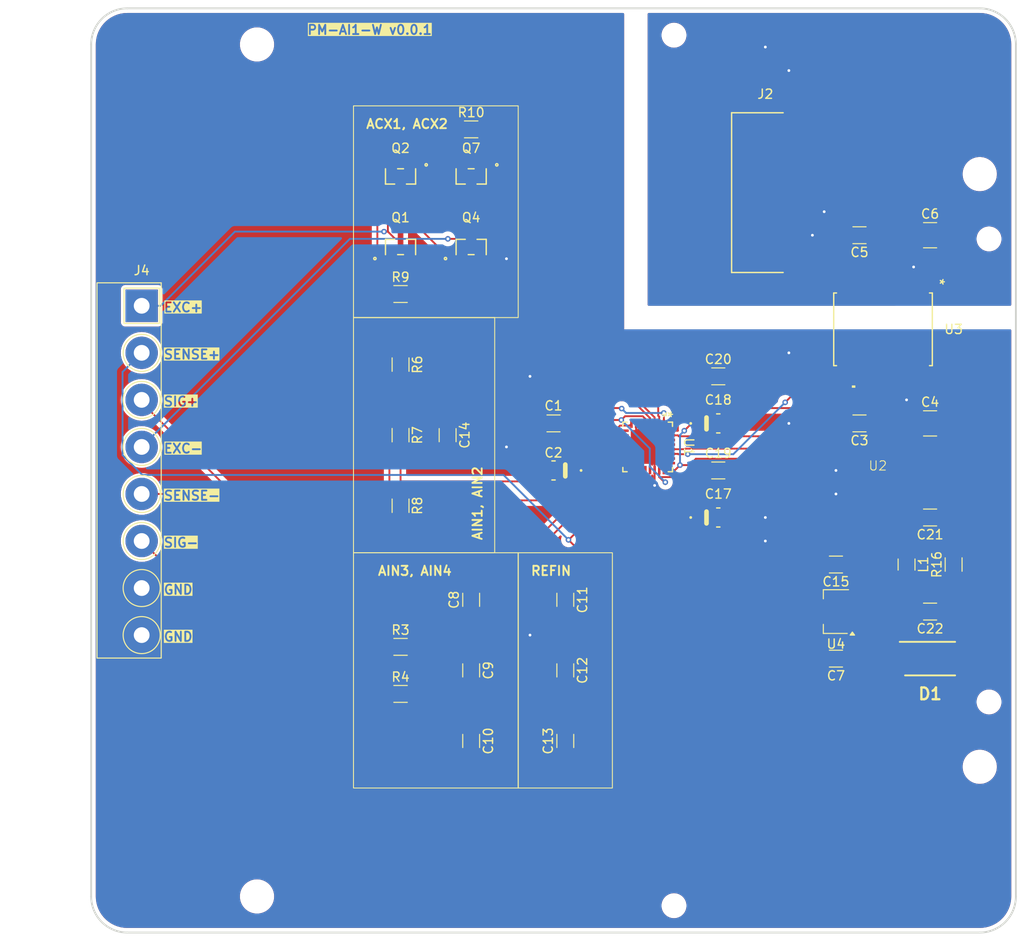
<source format=kicad_pcb>
(kicad_pcb (version 20240108) (generator "pcbnew") (generator_version "8.0")
  (layers (0 "F.Cu" signal) (31 "B.Cu" signal) (34 "B.Paste" user) (35 "F.Paste" user) (36 "B.SilkS" user "B.Silkscreen") (37 "F.SilkS" user "F.Silkscreen") (38 "B.Mask" user) (39 "F.Mask" user) (44 "Edge.Cuts" user))
  (net 0 "")
  (net 1 "/SIG-")
  (net 2 "/SIG+")
  (net 3 "/EXC-")
  (net 4 "/EXC+")
  (net 5 "+5V_ISO")
  (net 6 "/MOSI")
  (net 8 "/AD_AIN1")
  (net 9 "GND")
  (net 10 "/AD_AINCOM")
  (net 14 "/AD_AIN3")
  (net 15 "/AD_AIN4")
  (net 16 "/MISO")
  (net 17 "Net-(L1-Pad2)")
  (net 18 "/CS_ISO")
  (net 19 "/CS")
  (net 20 "/SCK_ISO")
  (net 21 "AGND")
  (net 22 "AVDD")
  (net 23 "/AD_REFIN(+)")
  (net 24 "/AD_ACX2")
  (net 25 "/~{AD_ACX1}")
  (net 26 "/AD_ACX1")
  (net 27 "/~{AD_ACX2}")
  (net 28 "/AD_REFIN(-)")
  (net 29 "+5V")
  (net 30 "/MOSI_ISO")
  (net 31 "/MISO_ISO")
  (net 37 "/SCK")
  (net 38 "DVDD")
  (footprint "kicad_inventree_lib:SOT23_NEX-M" (layer "F.Cu") (at 58.42 76.2)
    (property "Reference" "Q1")
    (property "Value" "BSH112")
  )
  (footprint "MountingHole:MountingHole_3.2mm_M3" (layer "F.Cu") (at 42.93 54.33)
    (property "Reference" "H1" (hide yes))
    (property "Value" "MountingHole" (hide yes))
  )
  (footprint "Resistor_SMD:R_1206_3216Metric_Pad1.30x1.75mm_HandSolder" (layer "F.Cu") (at 58.42 88.9 -90)
    (property "Reference" "R6")
    (property "Value" "1k")
  )
  (footprint "kicad_inventree_lib:TAJA_AVX-M" (layer "F.Cu") (at 92.71 95.25)
    (property "Reference" "C18")
    (property "Value" "10 uF")
  )
  (footprint "Capacitor_SMD:C_1206_3216Metric_Pad1.33x1.80mm_HandSolder" (layer "F.Cu") (at 92.71 90.17)
    (property "Reference" "C20")
    (property "Value" "0.1uF")
  )
  (footprint "Capacitor_SMD:C_1210_3225Metric_Pad1.33x2.70mm_HandSolder" (layer "F.Cu") (at 115.57 74.93)
    (property "Reference" "C6")
    (property "Value" "10uF")
  )
  (footprint "kicad_inventree_lib:SOT23_NEX-M" (layer "F.Cu") (at 66.04 76.2)
    (property "Reference" "Q4")
    (property "Value" "BSH112")
  )
  (footprint "Resistor_SMD:R_1206_3216Metric_Pad1.30x1.75mm_HandSolder" (layer "F.Cu") (at 58.42 96.52 -90)
    (property "Reference" "R7")
    (property "Value" "1k")
  )
  (footprint "kicad_inventree_lib:SOT23_NEX-M" (layer "F.Cu") (at 58.42 68.58 180)
    (property "Reference" "Q2")
    (property "Value" "BSH201")
  )
  (footprint "kicad_inventree_lib:Degson_2EDGR-5.08-08P" (layer "F.Cu") (at 30.48 82.55 -90)
    (property "Reference" "J4")
    (property "Value" "2EDGR-5.08-08P")
  )
  (footprint "Package_TO_SOT_SMD:SOT-89-3" (layer "F.Cu") (at 105.41 115.57 180)
    (property "Reference" "U4")
    (property "Value" "CJA1117B-3.3")
  )
  (footprint "Resistor_SMD:R_1206_3216Metric_Pad1.30x1.75mm_HandSolder" (layer "F.Cu") (at 58.42 124.46)
    (property "Reference" "R4")
    (property "Value" "100")
  )
  (footprint "Capacitor_SMD:C_1206_3216Metric_Pad1.33x1.80mm_HandSolder" (layer "F.Cu") (at 76.2 129.54 90)
    (property "Reference" "C13")
    (property "Value" "0.1uF")
  )
  (footprint "Resistor_SMD:R_1206_3216Metric_Pad1.30x1.75mm_HandSolder" (layer "F.Cu") (at 118.11 110.49 90)
    (property "Reference" "R16")
    (property "Value" "1.5R")
  )
  (footprint "Capacitor_SMD:C_1206_3216Metric_Pad1.33x1.80mm_HandSolder" (layer "F.Cu") (at 105.41 110.49 180)
    (property "Reference" "C15")
    (property "Value" "22uF")
  )
  (footprint "Capacitor_SMD:C_1206_3216Metric_Pad1.33x1.80mm_HandSolder" (layer "F.Cu") (at 66.04 114.3 90)
    (property "Reference" "C8")
    (property "Value" "1nF")
  )
  (footprint "kicad_inventree_lib:SOIC16-WBW_CLG-M" (layer "F.Cu") (at 110.49 85.09 -90)
    (property "Reference" "U3")
    (property "Value" "CA-IS3641HW")
  )
  (footprint "Capacitor_SMD:C_1206_3216Metric_Pad1.33x1.80mm_HandSolder" (layer "F.Cu") (at 115.57 105.41 180)
    (property "Reference" "C21")
    (property "Value" "0.1uF")
  )
  (footprint "Capacitor_SMD:C_1206_3216Metric_Pad1.33x1.80mm_HandSolder" (layer "F.Cu") (at 66.04 129.54 -90)
    (property "Reference" "C10")
    (property "Value" "1nF")
  )
  (footprint "Capacitor_SMD:C_1206_3216Metric_Pad1.33x1.80mm_HandSolder" (layer "F.Cu") (at 92.71 100.33)
    (property "Reference" "C19")
    (property "Value" "0.1uF")
  )
  (footprint "MountingHole:MountingHole_3.2mm_M3" (layer "F.Cu") (at 120.93 132.33)
    (property "Reference" "H3" (hide yes))
    (property "Value" "MountingHole" (hide yes))
  )
  (footprint "Capacitor_SMD:C_1206_3216Metric_Pad1.33x1.80mm_HandSolder" (layer "F.Cu") (at 107.95 95.25 180)
    (property "Reference" "C3")
    (property "Value" "100nF")
  )
  (footprint "MountingHole:MountingHole_3.2mm_M3" (layer "F.Cu") (at 120.93 68.33)
    (property "Reference" "H2" (hide yes))
    (property "Value" "MountingHole" (hide yes))
  )
  (footprint "Capacitor_SMD:C_1206_3216Metric_Pad1.33x1.80mm_HandSolder" (layer "F.Cu") (at 74.93 95.25)
    (property "Reference" "C1")
    (property "Value" "0.1uF")
  )
  (footprint "Capacitor_SMD:C_1206_3216Metric_Pad1.33x1.80mm_HandSolder" (layer "F.Cu") (at 66.04 121.92 -90)
    (property "Reference" "C9")
    (property "Value" "10nF")
  )
  (footprint "Inductor_SMD:L_1206_3216Metric_Pad1.42x1.75mm_HandSolder" (layer "F.Cu") (at 113.03 110.49 -90)
    (property "Reference" "L1")
    (property "Value" "1kΩ@100MHz")
  )
  (footprint "Capacitor_SMD:C_1206_3216Metric_Pad1.33x1.80mm_HandSolder" (layer "F.Cu") (at 76.2 114.3 -90)
    (property "Reference" "C11")
    (property "Value" "0.1uF")
  )
  (footprint "Resistor_SMD:R_1206_3216Metric_Pad1.30x1.75mm_HandSolder" (layer "F.Cu") (at 58.42 81.28)
    (property "Reference" "R9")
    (property "Value" "1M")
  )
  (footprint "kicad_inventree_lib:SOT23_NEX-M" (layer "F.Cu") (at 66.04 68.58 180)
    (property "Reference" "Q7")
    (property "Value" "BSH201")
  )
  (footprint "Resistor_SMD:R_1206_3216Metric_Pad1.30x1.75mm_HandSolder" (layer "F.Cu") (at 66.04 63.5)
    (property "Reference" "R10")
    (property "Value" "1M")
  )
  (footprint "kicad_inventree_lib:DIOM5436X247N" (layer "F.Cu") (at 115.57 120.65)
    (property "Reference" "D1")
    (property "Value" "SZP6SMB6.8AT3G" (hide yes))
  )
  (footprint "kicad_inventree_lib:CONN10_AFA07-S10_JUS" (layer "F.Cu") (at 96.93 70.33 -90)
    (property "Reference" "J2")
    (property "Value" "AFA07-S10FCC-00")
  )
  (footprint "Capacitor_SMD:C_1206_3216Metric_Pad1.33x1.80mm_HandSolder" (layer "F.Cu") (at 105.41 120.65 180)
    (property "Reference" "C7")
    (property "Value" "10uF")
  )
  (footprint "MountingHole:MountingHole_3.2mm_M3" (layer "F.Cu") (at 42.93 146.33)
    (property "Reference" "H4" (hide yes))
    (property "Value" "MountingHole" (hide yes))
  )
  (footprint "Capacitor_SMD:C_1206_3216Metric_Pad1.33x1.80mm_HandSolder" (layer "F.Cu") (at 115.57 115.57 180)
    (property "Reference" "C22")
    (property "Value" "0.1uF")
  )
  (footprint "kicad_inventree_lib:PM-ESP32C3_v0.0.2" (layer "F.Cu") (at 109.93 100.33)
    (property "Reference" "U2")
    (property "Value" "~")
  )
  (footprint "Resistor_SMD:R_1206_3216Metric_Pad1.30x1.75mm_HandSolder" (layer "F.Cu") (at 58.42 119.38)
    (property "Reference" "R3")
    (property "Value" "100")
  )
  (footprint "Capacitor_SMD:C_1210_3225Metric_Pad1.33x2.70mm_HandSolder" (layer "F.Cu") (at 115.57 95.25)
    (property "Reference" "C4")
    (property "Value" "10uF")
  )
  (footprint "Resistor_SMD:R_1206_3216Metric_Pad1.30x1.75mm_HandSolder" (layer "F.Cu") (at 58.42 104.14 -90)
    (property "Reference" "R8")
    (property "Value" "100")
  )
  (footprint "kicad_inventree_lib:AD7195BCPZ" (layer "F.Cu") (at 85.09 97.79 -90)
    (property "Reference" "U1")
    (property "Value" "AD7195BCPZ")
  )
  (footprint "Capacitor_SMD:C_1206_3216Metric_Pad1.33x1.80mm_HandSolder" (layer "F.Cu") (at 107.95 74.93 180)
    (property "Reference" "C5")
    (property "Value" "100nF")
  )
  (footprint "kicad_inventree_lib:TAJA_AVX-M" (layer "F.Cu") (at 92.71 105.41)
    (property "Reference" "C17")
    (property "Value" "10 uF")
  )
  (footprint "Capacitor_SMD:C_1206_3216Metric_Pad1.33x1.80mm_HandSolder" (layer "F.Cu") (at 63.5 96.52 -90)
    (property "Reference" "C14")
    (property "Value" "1uF")
  )
  (footprint "kicad_inventree_lib:TAJA_AVX-M" (layer "F.Cu") (at 74.93 100.33 180)
    (property "Reference" "C2")
    (property "Value" "10 uF")
  )
  (footprint "Capacitor_SMD:C_1206_3216Metric_Pad1.33x1.80mm_HandSolder" (layer "F.Cu") (at 76.2 121.92 -90)
    (property "Reference" "C12")
    (property "Value" "1uF")
  )
  (gr_rect (start 53.34 83.82) (end 68.58 109.22) (stroke (width 0.1)) (fill none) (layer "F.SilkS"))
  (gr_rect (start 53.34 109.22) (end 71.12 134.62) (stroke (width 0.1)) (fill none) (layer "F.SilkS"))
  (gr_rect (start 53.34 60.96) (end 71.12 83.82) (stroke (width 0.1)) (fill none) (layer "F.SilkS"))
  (gr_rect (start 71.12 109.22) (end 81.28 134.62) (stroke (width 0.1)) (fill none) (layer "F.SilkS"))
  (gr_line (start 120.93 50.43) (end 28.93 50.43) (stroke (width 0.2)) (layer "Edge.Cuts"))
  (gr_arc (start 25.03 54.33) (mid 26.172284 51.572284) (end 28.93 50.43) (stroke (width 0.2)) (layer "Edge.Cuts"))
  (gr_arc (start 28.93 150.23) (mid 26.172284 149.087716) (end 25.03 146.33) (stroke (width 0.2)) (layer "Edge.Cuts"))
  (gr_line (start 124.83 146.33) (end 124.83 54.33) (stroke (width 0.2)) (layer "Edge.Cuts"))
  (gr_line (start 28.93 150.23) (end 120.93 150.23) (stroke (width 0.2)) (layer "Edge.Cuts"))
  (gr_arc (start 120.93 50.43) (mid 123.687716 51.572284) (end 124.83 54.33) (stroke (width 0.2)) (layer "Edge.Cuts"))
  (gr_line (start 25.03 54.33) (end 25.03 146.33) (stroke (width 0.2)) (layer "Edge.Cuts"))
  (gr_arc (start 124.83 146.33) (mid 123.687716 149.087716) (end 120.93 150.23) (stroke (width 0.2)) (layer "Edge.Cuts"))
  (gr_text "EXC-" (at 32.766 98.552 0) (layer "F.SilkS" knockout) (effects (font (size 1 1) (thickness 0.2) (bold yes)) (justify left bottom)))
  (gr_text "SIG+" (at 32.766 93.472 0) (layer "F.SilkS" knockout) (effects (font (size 1 1) (thickness 0.2) (bold yes)) (justify left bottom)))
  (gr_text "AIN1, AIN2" (at 67.31 107.95 90) (layer "F.SilkS") (effects (font (size 1 1) (thickness 0.2) (bold yes)) (justify left bottom)))
  (gr_text "GND" (at 32.766 118.872 0) (layer "F.SilkS" knockout) (effects (font (size 1 1) (thickness 0.2) (bold yes)) (justify left bottom)))
  (gr_text "SENSE-" (at 32.766 103.632 0) (layer "F.SilkS" knockout) (effects (font (size 1 1) (thickness 0.2) (bold yes)) (justify left bottom)))
  (gr_text "REFIN" (at 72.39 111.76 0) (layer "F.SilkS") (effects (font (size 1 1) (thickness 0.2) (bold yes)) (justify left bottom)))
  (gr_text "GND" (at 32.766 113.792 0) (layer "F.SilkS" knockout) (effects (font (size 1 1) (thickness 0.2) (bold yes)) (justify left bottom)))
  (gr_text "EXC+" (at 32.766 83.312 0) (layer "F.SilkS" knockout) (effects (font (size 1 1) (thickness 0.2) (bold yes)) (justify left bottom)))
  (gr_text "AIN3, AIN4" (at 55.88 111.76 0) (layer "F.SilkS") (effects (font (size 1 1) (thickness 0.2) (bold yes)) (justify left bottom)))
  (gr_text "PM-AI1-W v0.0.1" (at 48.26 53.34 0) (layer "F.SilkS" knockout) (effects (font (size 1 1) (thickness 0.2) (bold yes)) (justify left bottom)))
  (gr_text "SENSE+" (at 32.766 88.392 0) (layer "F.SilkS" knockout) (effects (font (size 1 1) (thickness 0.2) (bold yes)) (justify left bottom)))
  (gr_text "SIG-" (at 32.766 108.712 0) (layer "F.SilkS" knockout) (effects (font (size 1 1) (thickness 0.2) (bold yes)) (justify left bottom)))
  (gr_text "ACX1, ACX2" (at 54.61 63.5 0) (layer "F.SilkS") (effects (font (size 1 1) (thickness 0.2) (bold yes)) (justify left bottom)))
  (segment (start 46.99 124.46) (end 30.48 107.95) (width 0.2) (layer "F.Cu") (net 1))
  (segment (start 56.87 124.46) (end 46.99 124.46) (width 0.2) (layer "F.Cu") (net 1))
  (segment (start 30.48 92.99) (end 30.48 92.71) (width 0.2) (layer "F.Cu") (net 2))
  (segment (start 56.87 119.38) (end 30.48 92.99) (width 0.2) (layer "F.Cu") (net 2))
  (segment (start 65.4139 75.3215) (end 65.4335 75.3019) (width 0.2) (layer "F.Cu") (net 3))
  (segment (start 66.04 69.4781) (end 66.04 75.3019) (width 0.2) (layer "F.Cu") (net 3))
  (segment (start 63.5278 75.3215) (end 65.4139 75.3215) (width 0.2) (layer "F.Cu") (net 3))
  (segment (start 66.04 75.3019) (end 65.4335 75.3019) (width 0.2) (layer "F.Cu") (net 3))
  (via (at 63.5278 75.3215) (size 0.6) (drill 0.3) (layers "F.Cu" "B.Cu") (net 3))
  (segment (start 52.9485 75.3215) (end 63.5278 75.3215) (width 0.2) (layer "B.Cu") (net 3))
  (segment (start 30.48 97.79) (end 52.9485 75.3215) (width 0.2) (layer "B.Cu") (net 3))
  (segment (start 57.0517 74.5401) (end 57.8135 75.3019) (width 0.2) (layer "F.Cu") (net 4))
  (segment (start 58.42 69.4781) (end 57.8135 69.4781) (width 0.2) (layer "F.Cu") (net 4))
  (segment (start 57.0517 74.5401) (end 57.0517 70.2399) (width 0.2) (layer "F.Cu") (net 4))
  (segment (start 58.42 75.3019) (end 57.8135 75.3019) (width 0.2) (layer "F.Cu") (net 4))
  (segment (start 56.6368 74.5401) (end 57.0517 74.5401) (width 0.2) (layer "F.Cu") (net 4))
  (segment (start 57.0517 70.2399) (end 57.8135 69.4781) (width 0.2) (layer "F.Cu") (net 4))
  (via (at 56.6368 74.5401) (size 0.6) (drill 0.3) (layers "F.Cu" "B.Cu") (net 4))
  (segment (start 32.5317 82.55) (end 40.5416 74.5401) (width 0.2) (layer "B.Cu") (net 4))
  (segment (start 30.48 82.55) (end 32.5317 82.55) (width 0.2) (layer "B.Cu") (net 4))
  (segment (start 40.5416 74.5401) (end 56.6368 74.5401) (width 0.2) (layer "B.Cu") (net 4))
  (segment (start 113.03 106.3875) (end 114.0075 105.41) (width 0.2) (layer "F.Cu") (net 5))
  (segment (start 107.315 89.9668) (end 107.315 88.738) (width 0.2) (layer "F.Cu") (net 5))
  (segment (start 114.0075 95.25) (end 114.935 94.3225) (width 0.2) (layer "F.Cu") (net 5))
  (segment (start 114.935 94.3225) (end 114.935 89.9668) (width 0.2) (layer "F.Cu") (net 5))
  (segment (start 114.935 89.9668) (end 114.935 88.738) (width 0.2) (layer "F.Cu") (net 5))
  (segment (start 109.5125 95.25) (end 114.0075 95.25) (width 0.2) (layer "F.Cu") (net 5))
  (segment (start 114.935 88.738) (end 107.315 88.738) (width 0.2) (layer "F.Cu") (net 5))
  (segment (start 114.0075 105.41) (end 114.0075 95.25) (width 0.2) (layer "F.Cu") (net 5))
  (segment (start 113.03 109.0025) (end 113.03 106.3875) (width 0.2) (layer "F.Cu") (net 5))
  (segment (start 112.395 80.2132) (end 112.395 81.442) (width 0.2) (layer "F.Cu") (net 6))
  (segment (start 115.34 81.442) (end 112.395 81.442) (width 0.2) (layer "F.Cu") (net 6))
  (segment (start 115.478 81.304) (end 115.34 81.442) (width 0.2) (layer "F.Cu") (net 6))
  (segment (start 115.478 74.0564) (end 115.478 81.304) (width 0.2) (layer "F.Cu") (net 6))
  (segment (start 100.486 67.83) (end 109.2516 67.83) (width 0.2) (layer "F.Cu") (net 6))
  (segment (start 109.2516 67.83) (end 115.478 74.0564) (width 0.2) (layer "F.Cu") (net 6))
  (segment (start 82.5868 96.54) (end 81.8319 96.54) (width 0.2) (layer "F.Cu") (net 8))
  (segment (start 63.5 94.9575) (end 58.4325 94.9575) (width 0.2) (layer "F.Cu") (net 8))
  (segment (start 58.4325 90.4625) (end 58.42 90.45) (width 0.2) (layer "F.Cu") (net 8))
  (segment (start 58.4325 94.9575) (end 58.42 94.97) (width 0.2) (layer "F.Cu") (net 8))
  (segment (start 57.2187 96.1713) (end 57.2187 103.2056) (width 0.2) (layer "F.Cu") (net 8))
  (segment (start 57.2187 103.2056) (end 57.5753 103.5622) (width 0.2) (layer "F.Cu") (net 8))
  (segment (start 75.3977 103.5622) (end 81.8319 97.128) (width 0.2) (layer "F.Cu") (net 8))
  (segment (start 58.42 94.97) (end 57.2187 96.1713) (width 0.2) (layer "F.Cu") (net 8))
  (segment (start 57.5753 103.5622) (end 75.3977 103.5622) (width 0.2) (layer "F.Cu") (net 8))
  (segment (start 81.8319 97.128) (end 81.8319 96.54) (width 0.2) (layer "F.Cu") (net 8))
  (segment (start 58.4325 94.9575) (end 58.4325 90.4625) (width 0.2) (layer "F.Cu") (net 8))
  (segment (start 82.5868 96.54) (end 82.5868 96.04) (width 0.2) (layer "F.Cu") (net 8))
  (segment (start 102.769991 74.829991) (end 102.87 74.93) (width 0.2) (layer "F.Cu") (net 9))
  (segment (start 100.486 74.829991) (end 102.769991 74.829991) (width 0.2) (layer "F.Cu") (net 9))
  (via (at 97.79 54.61) (size 0.6) (drill 0.3) (layers "F.Cu" "B.Cu") (net 9))
  (via (at 104.14 72.39) (size 0.6) (drill 0.3) (layers "F.Cu" "B.Cu") (net 9))
  (via (at 100.33 57.15) (size 0.6) (drill 0.3) (layers "F.Cu" "B.Cu") (net 9))
  (via (at 102.87 74.93) (size 0.6) (drill 0.3) (layers "F.Cu" "B.Cu") (net 9))
  (via (at 113.792 78.359) (size 0.6) (drill 0.3) (layers "F.Cu" "B.Cu") (net 9))
  (segment (start 58.42 101.5126) (end 76.8542 101.5126) (width 0.2) (layer "F.Cu") (net 10))
  (segment (start 83.1422 95.4846) (end 83.34 95.2868) (width 0.2) (layer "F.Cu") (net 10))
  (segment (start 76.8542 101.5126) (end 80.4605 97.9063) (width 0.2) (layer "F.Cu") (net 10))
  (segment (start 82.1106 95.4846) (end 83.1422 95.4846) (width 0.2) (layer "F.Cu") (net 10))
  (segment (start 58.42 101.5126) (end 58.42 98.07) (width 0.2) (layer "F.Cu") (net 10))
  (segment (start 80.4605 97.9063) (end 80.4605 97.1347) (width 0.2) (layer "F.Cu") (net 10))
  (segment (start 58.42 102.59) (end 58.42 101.5126) (width 0.2) (layer "F.Cu") (net 10))
  (segment (start 80.4605 97.1347) (end 82.1106 95.4846) (width 0.2) (layer "F.Cu") (net 10))
  (segment (start 66.04 114.8319) (end 66.04 115.8625) (width 0.2) (layer "F.Cu") (net 14))
  (segment (start 66.04 119.38) (end 66.04 120.3575) (width 0.2) (layer "F.Cu") (net 14))
  (segment (start 66.04 119.38) (end 59.97 119.38) (width 0.2) (layer "F.Cu") (net 14))
  (segment (start 81.8319 99.04) (end 66.04 114.8319) (width 0.2) (layer "F.Cu") (net 14))
  (segment (start 82.5868 99.04) (end 81.8319 99.04) (width 0.2) (layer "F.Cu") (net 14))
  (segment (start 66.04 115.8625) (end 66.04 119.38) (width 0.2) (layer "F.Cu") (net 14))
  (segment (start 66.04 123.4825) (end 60.9475 123.4825) (width 0.2) (layer "F.Cu") (net 15))
  (segment (start 68.2013 121.3212) (end 66.04 123.4825) (width 0.2) (layer "F.Cu") (net 15))
  (segment (start 68.2013 113.9255) (end 68.2013 121.3212) (width 0.2) (layer "F.Cu") (net 15))
  (segment (start 82.5868 99.54) (end 68.2013 113.9255) (width 0.2) (layer "F.Cu") (net 15))
  (segment (start 60.9475 123.4825) (end 59.97 124.46) (width 0.2) (layer "F.Cu") (net 15))
  (segment (start 66.04 127.9775) (end 66.04 123.4825) (width 0.2) (layer "F.Cu") (net 15))
  (segment (start 108.585 79.7148) (end 108.585 80.2132) (width 0.2) (layer "F.Cu") (net 16))
  (segment (start 102.87 76.2) (end 105.6561 78.9861) (width 0.2) (layer "F.Cu") (net 16))
  (segment (start 107.8563 78.9861) (end 108.585 79.7148) (width 0.2) (layer "F.Cu") (net 16))
  (segment (start 100.486 68.83) (end 99.2826 68.83) (width 0.2) (layer "F.Cu") (net 16))
  (segment (start 99.572402 75.584602) (end 100.114599 75.584602) (width 0.2) (layer "F.Cu") (net 16))
  (segment (start 99.2826 68.83) (end 99.2826 75.2948) (width 0.2) (layer "F.Cu") (net 16))
  (segment (start 105.6561 78.9861) (end 107.8563 78.9861) (width 0.2) (layer "F.Cu") (net 16))
  (segment (start 99.2826 75.2948) (end 99.572402 75.584602) (width 0.2) (layer "F.Cu") (net 16))
  (segment (start 100.114599 75.584602) (end 100.729997 76.2) (width 0.2) (layer "F.Cu") (net 16))
  (segment (start 100.729997 76.2) (end 102.87 76.2) (width 0.2) (layer "F.Cu") (net 16))
  (segment (start 115.0725 111.9775) (end 118.11 108.94) (width 0.2) (layer "F.Cu") (net 17))
  (segment (start 113.03 111.9775) (end 115.0725 111.9775) (width 0.2) (layer "F.Cu") (net 17))
  (segment (start 109.3908 91.6598) (end 109.855 91.1956) (width 0.2) (layer "F.Cu") (net 18))
  (segment (start 87.5932 96.04) (end 88.3481 96.04) (width 0.2) (layer "F.Cu") (net 18))
  (segment (start 102.9308 93.5959) (end 104.8669 91.6598) (width 0.2) (layer "F.Cu") (net 18))
  (segment (start 109.855 89.9668) (end 109.855 91.1956) (width 0.2) (layer "F.Cu") (net 18))
  (segment (start 104.8669 91.6598) (end 109.3908 91.6598) (width 0.2) (layer "F.Cu") (net 18))
  (segment (start 95.8543 93.5959) (end 102.9308 93.5959) (width 0.2) (layer "F.Cu") (net 18))
  (segment (start 92.71 89.8812) (end 92.71 90.4516) (width 0.2) (layer "F.Cu") (net 18))
  (segment (start 91.7944 88.9656) (end 92.71 89.8812) (width 0.2) (layer "F.Cu") (net 18))
  (segment (start 88.3481 96.04) (end 88.3481 91.1049) (width 0.2) (layer "F.Cu") (net 18))
  (segment (start 92.71 90.4516) (end 95.8543 93.5959) (width 0.2) (layer "F.Cu") (net 18))
  (segment (start 88.3481 91.1049) (end 90.4874 88.9656) (width 0.2) (layer "F.Cu") (net 18))
  (segment (start 90.4874 88.9656) (end 91.7944 88.9656) (width 0.2) (layer "F.Cu") (net 18))
  (segment (start 109.855 80.2132) (end 109.855 78.9844) (width 0.2) (layer "F.Cu") (net 19))
  (segment (start 101.6894 70.83) (end 101.6894 72.0941) (width 0.2) (layer "F.Cu") (net 19))
  (segment (start 101.6894 72.0941) (end 108.5797 78.9844) (width 0.2) (layer "F.Cu") (net 19))
  (segment (start 108.5797 78.9844) (end 109.855 78.9844) (width 0.2) (layer "F.Cu") (net 19))
  (segment (start 100.486 70.83) (end 101.6894 70.83) (width 0.2) (layer "F.Cu") (net 19))
  (segment (start 110.0792 92.2414) (end 111.125 91.1956) (width 0.2) (layer "F.Cu") (net 20))
  (segment (start 87.5932 96.54) (end 88.3481 96.54) (width 0.2) (layer "F.Cu") (net 20))
  (segment (start 88.4498 96.6417) (end 102.2366 96.6417) (width 0.2) (layer "F.Cu") (net 20))
  (segment (start 88.3481 96.54) (end 88.4498 96.6417) (width 0.2) (layer "F.Cu") (net 20))
  (segment (start 106.6369 92.2414) (end 110.0792 92.2414) (width 0.2) (layer "F.Cu") (net 20))
  (segment (start 111.125 89.9668) (end 111.125 91.1956) (width 0.2) (layer "F.Cu") (net 20))
  (segment (start 102.2366 96.6417) (end 106.6369 92.2414) (width 0.2) (layer "F.Cu") (net 20))
  (segment (start 82.5868 97.039999) (end 84.339999 97.039999) (width 0.2) (layer "F.Cu") (net 21))
  (segment (start 83.84 96.54) (end 85.09 97.79) (width 0.2) (layer "F.Cu") (net 21))
  (segment (start 87.5932 99.04) (end 86.34 99.04) (width 0.2) (layer "F.Cu") (net 21))
  (segment (start 86.34 99.04) (end 85.09 97.79) (width 0.2) (layer "F.Cu") (net 21))
  (segment (start 85.34 98.04) (end 85.09 97.79) (width 0.2) (layer "F.Cu") (net 21))
  (segment (start 85.840001 100.2932) (end 85.840001 98.540001) (width 0.2) (layer "F.Cu") (net 21))
  (segment (start 84.339999 100.2932) (end 84.339999 98.540001) (width 0.2) (layer "F.Cu") (net 21))
  (segment (start 85.840001 101.948765) (end 85.840001 100.2932) (width 0.2) (layer "F.Cu") (net 21))
  (segment (start 84.84 98.04) (end 85.09 97.79) (width 0.2) (layer "F.Cu") (net 21))
  (segment (start 84.84 97.54) (end 85.09 97.79) (width 0.2) (layer "F.Cu") (net 21))
  (segment (start 82.5868 97.54) (end 84.84 97.54) (width 0.2) (layer "F.Cu") (net 21))
  (segment (start 85.34 100.2932) (end 85.34 98.04) (width 0.2) (layer "F.Cu") (net 21))
  (segment (start 82.5868 98.540001) (end 84.339999 98.540001) (width 0.2) (layer "F.Cu") (net 21))
  (segment (start 84.339999 95.2868) (end 84.339999 97.039999) (width 0.2) (layer "F.Cu") (net 21))
  (segment (start 85.840001 98.540001) (end 85.09 97.79) (width 0.2) (layer "F.Cu") (net 21))
  (segment (start 82.5868 98.04) (end 84.84 98.04) (width 0.2) (layer "F.Cu") (net 21))
  (segment (start 83.84 95.2868) (end 83.84 96.54) (width 0.2) (layer "F.Cu") (net 21))
  (segment (start 84.339999 97.039999) (end 85.09 97.79) (width 0.2) (layer "F.Cu") (net 21))
  (segment (start 84.339999 98.540001) (end 85.09 97.79) (width 0.2) (layer "F.Cu") (net 21))
  (via (at 100.33 95.25) (size 0.6) (drill 0.3) (layers "F.Cu" "B.Cu") (net 21))
  (via (at 105.41 100.33) (size 0.6) (drill 0.3) (layers "F.Cu" "B.Cu") (net 21))
  (via (at 105.41 102.87) (size 0.6) (drill 0.3) (layers "F.Cu" "B.Cu") (net 21))
  (via (at 69.85 97.79) (size 0.6) (drill 0.3) (layers "F.Cu" "B.Cu") (net 21))
  (via (at 97.79 107.95) (size 0.6) (drill 0.3) (layers "F.Cu" "B.Cu") (net 21))
  (via (at 85.840001 101.948765) (size 0.6) (drill 0.3) (layers "F.Cu" "B.Cu") (net 21))
  (via (at 72.39 118.11) (size 0.6) (drill 0.3) (layers "F.Cu" "B.Cu") (net 21))
  (via (at 72.39 90.17) (size 0.6) (drill 0.3) (layers "F.Cu" "B.Cu") (net 21))
  (via (at 69.85 77.47) (size 0.6) (drill 0.3) (layers "F.Cu" "B.Cu") (net 21))
  (via (at 100.33 87.63) (size 0.6) (drill 0.3) (layers "F.Cu" "B.Cu") (net 21))
  (via (at 97.79 105.41) (size 0.6) (drill 0.3) (layers "F.Cu" "B.Cu") (net 21))
  (via (at 113.03 92.71) (size 0.6) (drill 0.3) (layers "F.Cu" "B.Cu") (net 21))
  (segment (start 62.7181 65.8211) (end 62.7181 65.2719) (width 0.2) (layer "F.Cu") (net 22))
  (segment (start 75.2363 93.9938) (end 65.0638 93.9938) (width 0.2) (layer "F.Cu") (net 22))
  (segment (start 76.0167 100.33) (end 76.2599 100.33) (width 0.2) (layer "F.Cu") (net 22))
  (segment (start 84.5524 94.4748) (end 82.6553 94.4748) (width 0.2) (layer "F.Cu") (net 22))
  (segment (start 90.7588 105.41) (end 90.4294 105.0806) (width 0.2) (layer "F.Cu") (net 22))
  (segment (start 90.4294 101.0481) (end 91.1475 100.33) (width 0.2) (layer "F.Cu") (net 22))
  (segment (start 57.4675 67.584) (end 56.861 67.584) (width 0.2) (layer "F.Cu") (net 22))
  (segment (start 103.063 114.07) (end 103.063 116.7405) (width 0.2) (layer "F.Cu") (net 22))
  (segment (start 58.074 67.2808) (end 59.5337 65.8211) (width 0.2) (layer "F.Cu") (net 22))
  (segment (start 76.8897 95.6472) (end 76.4925 95.25) (width 0.2) (layer "F.Cu") (net 22))
  (segment (start 82.2472 94.8829) (end 77.654 94.8829) (width 0.2) (layer "F.Cu") (net 22))
  (segment (start 84.84 95.2868) (end 84.84 94.7624) (width 0.2) (layer "F.Cu") (net 22))
  (segment (start 86.34 100.8968) (end 86.34 101.0464) (width 0.2) (layer "F.Cu") (net 22))
  (segment (start 107.36 114.07) (end 103.063 114.07) (width 0.2) (layer "F.Cu") (net 22))
  (segment (start 86.34 100.2932) (end 86.34 100.8968) (width 0.2) (layer "F.Cu") (net 22))
  (segment (start 117.5375 112.04) (end 118.11 112.04) (width 0.2) (layer "F.Cu") (net 22))
  (segment (start 55.917 84.847) (end 55.917 68.528) (width 0.2) (layer "F.Cu") (net 22))
  (segment (start 62.7181 65.8211) (end 64.481 67.584) (width 0.2) (layer "F.Cu") (net 22))
  (segment (start 65.0875 67.584) (end 64.481 67.584) (width 0.2) (layer "F.Cu") (net 22))
  (segment (start 86.34 101.0464) (end 86.3417 101.0481) (width 0.2) (layer "F.Cu") (net 22))
  (segment (start 113.37 120.65) (end 111.9433 120.65) (width 0.2) (layer "F.Cu") (net 22))
  (segment (start 84.84 94.7624) (end 84.5524 94.4748) (width 0.2) (layer "F.Cu") (net 22))
  (segment (start 82.6553 94.4748) (end 82.2472 94.8829) (width 0.2) (layer "F.Cu") (net 22))
  (segment (start 90.7573 105.4115) (end 90.7588 105.41) (width 0.2) (layer "F.Cu") (net 22))
  (segment (start 91.6233 105.41) (end 90.7588 105.41) (width 0.2) (layer "F.Cu") (net 22))
  (segment (start 77.654 94.8829) (end 76.8897 95.6472) (width 0.2) (layer "F.Cu") (net 22))
  (segment (start 76.8897 99.7002) (end 76.8897 95.6472) (width 0.2) (layer "F.Cu") (net 22))
  (segment (start 113.37 116.2075) (end 114.0075 115.57) (width 0.2) (layer "F.Cu") (net 22))
  (segment (start 58.42 87.35) (end 55.917 84.847) (width 0.2) (layer "F.Cu") (net 22))
  (segment (start 55.917 68.528) (end 56.861 67.584) (width 0.2) (layer "F.Cu") (net 22))
  (segment (start 113.37 120.65) (end 113.37 116.2075) (width 0.2) (layer "F.Cu") (net 22))
  (segment (start 86.995 101.6) (end 86.8936 101.6) (width 0.2) (layer "F.Cu") (net 22))
  (segment (start 103.063 116.7405) (end 106.9725 120.65) (width 0.2) (layer "F.Cu") (net 22))
  (segment (start 103.063 114.07) (end 98.3983 114.07) (width 0.2) (layer "F.Cu") (net 22))
  (segment (start 90.7573 106.429) (end 90.7573 105.4115) (width 0.2) (layer "F.Cu") (net 22))
  (segment (start 86.3417 101.0481) (end 90.4294 101.0481) (width 0.2) (layer "F.Cu") (net 22))
  (segment (start 90.4294 105.0806) (end 90.4294 101.0481) (width 0.2) (layer "F.Cu") (net 22))
  (segment (start 114.0075 115.57) (end 117.5375 112.04) (width 0.2) (layer "F.Cu") (net 22))
  (segment (start 86.8936 101.6) (end 86.34 101.0464) (width 0.2) (layer "F.Cu") (net 22))
  (segment (start 62.7181 65.2719) (end 64.49 63.5) (width 0.2) (layer "F.Cu") (net 22))
  (segment (start 76.2599 100.33) (end 76.8897 99.7002) (width 0.2) (layer "F.Cu") (net 22))
  (segment (start 106.9725 120.65) (end 111.9433 120.65) (width 0.2) (layer "F.Cu") (net 22))
  (segment (start 57.4675 67.584) (end 58.074 67.584) (width 0.2) (layer "F.Cu") (net 22))
  (segment (start 65.0638 93.9938) (end 58.42 87.35) (width 0.2) (layer "F.Cu") (net 22))
  (segment (start 58.074 67.584) (end 58.074 67.2808) (width 0.2) (layer "F.Cu") (net 22))
  (segment (start 76.4925 95.25) (end 75.2363 93.9938) (width 0.2) (layer "F.Cu") (net 22))
  (segment (start 59.5337 65.8211) (end 62.7181 65.8211) (width 0.2) (layer "F.Cu") (net 22))
  (segment (start 98.3983 114.07) (end 90.7573 106.429) (width 0.2) (layer "F.Cu") (net 22))
  (via (at 82.2472 94.8829) (size 0.6) (drill 0.3) (layers "F.Cu" "B.Cu") (net 22))
  (via (at 86.995 101.6) (size 0.6) (drill 0.3) (layers "F.Cu" "B.Cu") (net 22))
  (segment (start 85.3176 97.9533) (end 82.2472 94.8829) (width 0.2) (layer "B.Cu") (net 22))
  (segment (start 86.995 101.6) (end 85.3176 99.9226) (width 0.2) (layer "B.Cu") (net 22))
  (segment (start 85.3176 99.9226) (end 85.3176 97.9533) (width 0.2) (layer "B.Cu") (net 22))
  (segment (start 77.4172 108.6988) (end 76.5533 107.8348) (width 0.2) (layer "F.Cu") (net 23))
  (segment (start 83.34 100.2932) (end 83.34 101.0481) (width 0.2) (layer "F.Cu") (net 23))
  (segment (start 83.34 101.0481) (end 76.5533 107.8348) (width 0.2) (layer "F.Cu") (net 23))
  (segment (start 76.2 115.8625) (end 77.4172 114.6453) (width 0.2) (layer "F.Cu") (net 23))
  (segment (start 77.4172 114.6453) (end 77.4172 108.6988) (width 0.2) (layer "F.Cu") (net 23))
  (segment (start 76.2 115.8625) (end 76.2 120.3575) (width 0.2) (layer "F.Cu") (net 23))
  (segment (start 76.5533 107.8348) (end 76.5417 107.8233) (width 0.2) (layer "F.Cu") (net 23))
  (via (at 76.5417 107.8233) (size 0.6) (drill 0.3) (layers "F.Cu" "B.Cu") (net 23))
  (segment (start 69.5367 100.8183) (end 30.5497 100.8183) (width 0.2) (layer "B.Cu") (net 23))
  (segment (start 76.5417 107.8233) (end 69.5367 100.8183) (width 0.2) (layer "B.Cu") (net 23))
  (segment (start 28.4172 89.6928) (end 30.48 87.63) (width 0.2) (layer "B.Cu") (net 23))
  (segment (start 28.4172 98.6858) (end 28.4172 89.6928) (width 0.2) (layer "B.Cu") (net 23))
  (segment (start 30.5497 100.8183) (end 28.4172 98.6858) (width 0.2) (layer "B.Cu") (net 23))
  (segment (start 57.4675 80.6825) (end 56.87 81.28) (width 0.2) (layer "F.Cu") (net 24))
  (segment (start 86.84 94.1346) (end 86.8308 94.1254) (width 0.2) (layer "F.Cu") (net 24))
  (segment (start 86.84 95.2868) (end 86.84 94.1346) (width 0.2) (layer "F.Cu") (net 24))
  (segment (start 82.2275 93.5921) (end 69.1821 93.5921) (width 0.2) (layer "F.Cu") (net 24))
  (segment (start 82.285 93.6496) (end 82.2275 93.5921) (width 0.2) (layer "F.Cu") (net 24))
  (segment (start 57.4675 77.196) (end 57.4675 80.6825) (width 0.2) (layer "F.Cu") (net 24))
  (segment (start 69.1821 93.5921) (end 56.87 81.28) (width 0.2) (layer "F.Cu") (net 24))
  (via (at 82.285 93.6496) (size 0.6) (drill 0.3) (layers "F.Cu" "B.Cu") (net 24))
  (via (at 86.8308 94.1254) (size 0.6) (drill 0.3) (layers "F.Cu" "B.Cu") (net 24))
  (segment (start 86.8308 94.1254) (end 82.7608 94.1254) (width 0.2) (layer "B.Cu") (net 24))
  (segment (start 82.7608 94.1254) (end 82.285 93.6496) (width 0.2) (layer "B.Cu") (net 24))
  (segment (start 83.4355 92.7673) (end 85.34 94.6718) (width 0.2) (layer "F.Cu") (net 25))
  (segment (start 85.34 94.6718) (end 85.34 95.2868) (width 0.2) (layer "F.Cu") (net 25))
  (segment (start 59.3725 67.584) (end 59.3725 68.6985) (width 0.2) (layer "F.Cu") (net 25))
  (segment (start 59.3725 68.6985) (end 59.3725 73.0852) (width 0.2) (layer "F.Cu") (net 25))
  (segment (start 59.3725 73.0852) (end 79.0546 92.7673) (width 0.2) (layer "F.Cu") (net 25))
  (segment (start 79.0546 92.7673) (end 83.4355 92.7673) (width 0.2) (layer "F.Cu") (net 25))
  (segment (start 85.84 94.6037) (end 70.2995 79.0632) (width 0.2) (layer "F.Cu") (net 26))
  (segment (start 85.84 95.2868) (end 85.84 94.6037) (width 0.2) (layer "F.Cu") (net 26))
  (segment (start 65.0875 77.196) (end 65.694 77.196) (width 0.2) (layer "F.Cu") (net 26))
  (segment (start 65.694 77.4993) (end 65.694 77.196) (width 0.2) (layer "F.Cu") (net 26))
  (segment (start 67.2579 79.0632) (end 65.694 77.4993) (width 0.2) (layer "F.Cu") (net 26))
  (segment (start 70.2995 79.0632) (end 67.2579 79.0632) (width 0.2) (layer "F.Cu") (net 26))
  (segment (start 86.229 94.4209) (end 86.229 92.8729) (width 0.2) (layer "F.Cu") (net 27))
  (segment (start 86.229 92.8729) (end 66.9925 73.6364) (width 0.2) (layer "F.Cu") (net 27))
  (segment (start 67.59 65.872) (end 67.59 63.5) (width 0.2) (layer "F.Cu") (net 27))
  (segment (start 66.9925 67.584) (end 66.9925 66.4695) (width 0.2) (layer "F.Cu") (net 27))
  (segment (start 86.34 94.5319) (end 86.229 94.4209) (width 0.2) (layer "F.Cu") (net 27))
  (segment (start 86.34 95.2868) (end 86.34 94.5319) (width 0.2) (layer "F.Cu") (net 27))
  (segment (start 66.9925 73.6364) (end 66.9925 67.584) (width 0.2) (layer "F.Cu") (net 27))
  (segment (start 66.9925 66.4695) (end 67.59 65.872) (width 0.2) (layer "F.Cu") (net 27))
  (segment (start 83.84 100.2932) (end 83.84 115.8425) (width 0.2) (layer "F.Cu") (net 28))
  (segment (start 58.42 124.7249) (end 62.6492 128.9541) (width 0.2) (layer "F.Cu") (net 28))
  (segment (start 30.48 102.87) (end 37.1294 102.87) (width 0.2) (layer "F.Cu") (net 28))
  (segment (start 75.2234 128.9541) (end 76.2 127.9775) (width 0.2) (layer "F.Cu") (net 28))
  (segment (start 58.42 124.1606) (end 58.42 124.7249) (width 0.2) (layer "F.Cu") (net 28))
  (segment (start 37.1294 102.87) (end 58.42 124.1606) (width 0.2) (layer "F.Cu") (net 28))
  (segment (start 76.2 123.4825) (end 76.2 127.9775) (width 0.2) (layer "F.Cu") (net 28))
  (segment (start 83.84 115.8425) (end 76.2 123.4825) (width 0.2) (layer "F.Cu") (net 28))
  (segment (start 62.6492 128.9541) (end 75.2234 128.9541) (width 0.2) (layer "F.Cu") (net 28))
  (segment (start 115.882 81.5142) (end 115.5506 81.8456) (width 0.2) (layer "F.Cu") (net 29))
  (segment (start 113.2428 77.597) (end 113.919 77.597) (width 0.2) (layer "F.Cu") (net 29))
  (segment (start 111.852 78.9878) (end 113.2428 77.597) (width 0.2) (layer "F.Cu") (net 29))
  (segment (start 114.0075 77.5585) (end 114.935 78.486) (width 0.2) (layer "F.Cu") (net 29))
  (segment (start 115.5506 81.8456) (end 112.2263 81.8456) (width 0.2) (layer "F.Cu") (net 29))
  (segment (start 107.8196 65.83) (end 115.882 73.8924) (width 0.2) (layer "F.Cu") (net 29))
  (segment (start 111.852 81.4713) (end 111.852 78.9878) (width 0.2) (layer "F.Cu") (net 29))
  (segment (start 109.5125 74.93) (end 114.0075 74.93) (width 0.2) (layer "F.Cu") (net 29))
  (segment (start 114.935 78.486) (end 114.935 80.2132) (width 0.2) (layer "F.Cu") (net 29))
  (segment (start 100.486 65.83) (end 107.8196 65.83) (width 0.2) (layer "F.Cu") (net 29))
  (segment (start 112.2263 81.8456) (end 111.852 81.4713) (width 0.2) (layer "F.Cu") (net 29))
  (segment (start 115.882 73.8924) (end 115.882 81.5142) (width 0.2) (layer "F.Cu") (net 29))
  (segment (start 114.0075 74.93) (end 114.0075 77.5585) (width 0.2) (layer "F.Cu") (net 29))
  (segment (start 110.4204 93.1702) (end 106.6233 93.1702) (width 0.2) (layer "F.Cu") (net 30))
  (segment (start 89.1658 97.9741) (end 89.0999 98.04) (width 0.2) (layer "F.Cu") (net 30))
  (segment (start 106.6233 93.1702) (end 101.8194 97.9741) (width 0.2) (layer "F.Cu") (net 30))
  (segment (start 112.395 91.1956) (end 110.4204 93.1702) (width 0.2) (layer "F.Cu") (net 30))
  (segment (start 112.395 89.9668) (end 112.395 91.1956) (width 0.2) (layer "F.Cu") (net 30))
  (segment (start 89.0999 98.04) (end 87.5932 98.04) (width 0.2) (layer "F.Cu") (net 30))
  (segment (start 101.8194 97.9741) (end 89.1658 97.9741) (width 0.2) (layer "F.Cu") (net 30))
  (segment (start 108.585 89.9668) (end 108.585 91.1956) (width 0.2) (layer "F.Cu") (net 31))
  (segment (start 88.3839 98.5758) (end 89.4157 98.5758) (width 0.2) (layer "F.Cu") (net 31))
  (segment (start 101.7116 91.1956) (end 99.9306 92.9766) (width 0.2) (layer "F.Cu") (net 31))
  (segment (start 87.5932 98.54) (end 88.3481 98.54) (width 0.2) (layer "F.Cu") (net 31))
  (segment (start 88.3481 98.54) (end 88.3839 98.5758) (width 0.2) (layer "F.Cu") (net 31))
  (segment (start 108.585 91.1956) (end 101.7116 91.1956) (width 0.2) (layer "F.Cu") (net 31))
  (via (at 99.9306 92.9766) (size 0.6) (drill 0.3) (layers "F.Cu" "B.Cu") (net 31))
  (via (at 89.4157 98.5758) (size 0.6) (drill 0.3) (layers "F.Cu" "B.Cu") (net 31))
  (segment (start 94.3314 98.5758) (end 89.4157 98.5758) (width 0.2) (layer "B.Cu") (net 31))
  (segment (start 99.9306 92.9766) (end 94.3314 98.5758) (width 0.2) (layer "B.Cu") (net 31))
  (segment (start 100.486 69.83) (end 104.755 69.83) (width 0.2) (layer "F.Cu") (net 37))
  (segment (start 111.125 78.4241) (end 111.125 80.2132) (width 0.2) (layer "F.Cu") (net 37))
  (segment (start 104.755 69.83) (end 107.95 73.025) (width 0.2) (layer "F.Cu") (net 37))
  (segment (start 107.95 75.2491) (end 111.125 78.4241) (width 0.2) (layer "F.Cu") (net 37))
  (segment (start 107.95 73.025) (end 107.95 75.2491) (width 0.2) (layer "F.Cu") (net 37))
  (segment (start 95.2179 99.064) (end 90.2974 99.064) (width 0.2) (layer "F.Cu") (net 38))
  (segment (start 106.8082 110.6543) (end 108.3211 112.1672) (width 0.2) (layer "F.Cu") (net 38))
  (segment (start 108.3211 112.1672) (end 108.3211 114.5214) (width 0.2) (layer "F.Cu") (net 38))
  (segment (start 88.0407 100.2932) (end 88.5805 99.7534) (width 0.2) (layer "F.Cu") (net 38))
  (segment (start 91.1475 90.17) (end 90.4525 90.865) (width 0.2) (layer "F.Cu") (net 38))
  (segment (start 106.9725 110.49) (end 106.8082 110.6543) (width 0.2) (layer "F.Cu") (net 38))
  (segment (start 90.4525 90.865) (end 90.4525 95.25) (width 0.2) (layer "F.Cu") (net 38))
  (segment (start 90.2974 99.064) (end 89.608 99.7534) (width 0.2) (layer "F.Cu") (net 38))
  (segment (start 90.4525 95.25) (end 89.8323 95.25) (width 0.2) (layer "F.Cu") (net 38))
  (segment (start 86.84 100.2932) (end 88.0407 100.2932) (width 0.2) (layer "F.Cu") (net 38))
  (segment (start 106.8082 110.6543) (end 95.2179 99.064) (width 0.2) (layer "F.Cu") (net 38))
  (segment (start 91.6233 95.25) (end 90.4525 95.25) (width 0.2) (layer "F.Cu") (net 38))
  (segment (start 108.3211 114.5214) (end 107.2725 115.57) (width 0.2) (layer "F.Cu") (net 38))
  (segment (start 89.608 99.7534) (end 88.5805 99.7534) (width 0.2) (layer "F.Cu") (net 38))
  (segment (start 89.8323 95.25) (end 89.0423 96.04) (width 0.2) (layer "F.Cu") (net 38))
  (via (at 89.0423 96.04) (size 0.6) (drill 0.3) (layers "F.Cu" "B.Cu") (net 38))
  (via (at 88.5805 99.7534) (size 0.6) (drill 0.3) (layers "F.Cu" "B.Cu") (net 38))
  (segment (start 88.5805 96.5018) (end 88.5805 99.7534) (width 0.2) (layer "B.Cu") (net 38))
  (segment (start 89.0423 96.04) (end 88.5805 96.5018) (width 0.2) (layer "B.Cu") (net 38))
  (zone (net 9) (net_name "GND") (layers "F&B.Cu") (priority 2) (connect_pads yes (clearance 0.5)) (min_thickness 0.25) (fill yes (thermal_gap 0.5) (thermal_bridge_width 0.5))
    (polygon (pts (xy 85.09 49.53) (xy 85.09 82.55) (xy 125.73 82.55) (xy 125.73 49.53)))
  )
  (zone (net 21) (net_name "AGND") (layers "F&B.Cu") (connect_pads yes (clearance 0.5)) (min_thickness 0.25) (fill yes (thermal_gap 0.5) (thermal_bridge_width 0.5))
    (polygon (pts (xy 24.13 49.53) (xy 82.55 49.53) (xy 82.55 85.09) (xy 125.73 85.09) (xy 125.73 151.13) (xy 24.13 151.13)))
  )
)
</source>
